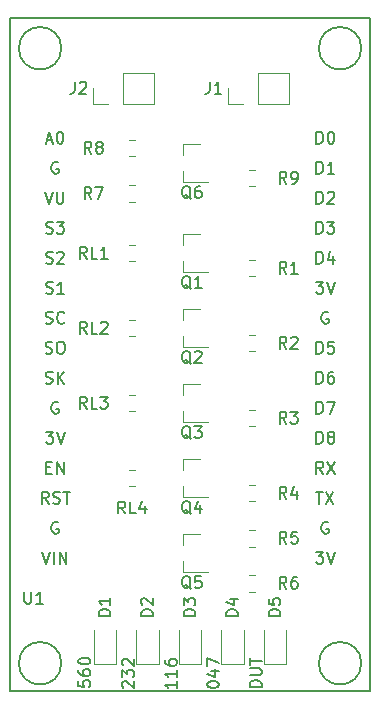
<source format=gbr>
G04 #@! TF.GenerationSoftware,KiCad,Pcbnew,(5.0.2)-1*
G04 #@! TF.CreationDate,2019-06-20T09:18:01+05:30*
G04 #@! TF.ProjectId,CapacityOfBattery,43617061-6369-4747-994f-664261747465,rev?*
G04 #@! TF.SameCoordinates,Original*
G04 #@! TF.FileFunction,Legend,Top*
G04 #@! TF.FilePolarity,Positive*
%FSLAX46Y46*%
G04 Gerber Fmt 4.6, Leading zero omitted, Abs format (unit mm)*
G04 Created by KiCad (PCBNEW (5.0.2)-1) date 06/20/19 09:18:01*
%MOMM*%
%LPD*%
G01*
G04 APERTURE LIST*
%ADD10C,0.150000*%
%ADD11C,0.120000*%
G04 APERTURE END LIST*
D10*
X34552380Y-69746666D02*
X33552380Y-69746666D01*
X33552380Y-69508571D01*
X33600000Y-69365714D01*
X33695238Y-69270476D01*
X33790476Y-69222857D01*
X33980952Y-69175238D01*
X34123809Y-69175238D01*
X34314285Y-69222857D01*
X34409523Y-69270476D01*
X34504761Y-69365714D01*
X34552380Y-69508571D01*
X34552380Y-69746666D01*
X33552380Y-68746666D02*
X34361904Y-68746666D01*
X34457142Y-68699047D01*
X34504761Y-68651428D01*
X34552380Y-68556190D01*
X34552380Y-68365714D01*
X34504761Y-68270476D01*
X34457142Y-68222857D01*
X34361904Y-68175238D01*
X33552380Y-68175238D01*
X33552380Y-67841904D02*
X33552380Y-67270476D01*
X34552380Y-67556190D02*
X33552380Y-67556190D01*
X29952380Y-69580000D02*
X29952380Y-69484761D01*
X30000000Y-69389523D01*
X30047619Y-69341904D01*
X30142857Y-69294285D01*
X30333333Y-69246666D01*
X30571428Y-69246666D01*
X30761904Y-69294285D01*
X30857142Y-69341904D01*
X30904761Y-69389523D01*
X30952380Y-69484761D01*
X30952380Y-69580000D01*
X30904761Y-69675238D01*
X30857142Y-69722857D01*
X30761904Y-69770476D01*
X30571428Y-69818095D01*
X30333333Y-69818095D01*
X30142857Y-69770476D01*
X30047619Y-69722857D01*
X30000000Y-69675238D01*
X29952380Y-69580000D01*
X30285714Y-68389523D02*
X30952380Y-68389523D01*
X29904761Y-68627619D02*
X30619047Y-68865714D01*
X30619047Y-68246666D01*
X29952380Y-67960952D02*
X29952380Y-67294285D01*
X30952380Y-67722857D01*
X27352380Y-69266666D02*
X27352380Y-69838095D01*
X27352380Y-69552380D02*
X26352380Y-69552380D01*
X26495238Y-69647619D01*
X26590476Y-69742857D01*
X26638095Y-69838095D01*
X27352380Y-68314285D02*
X27352380Y-68885714D01*
X27352380Y-68600000D02*
X26352380Y-68600000D01*
X26495238Y-68695238D01*
X26590476Y-68790476D01*
X26638095Y-68885714D01*
X26352380Y-67457142D02*
X26352380Y-67647619D01*
X26400000Y-67742857D01*
X26447619Y-67790476D01*
X26590476Y-67885714D01*
X26780952Y-67933333D01*
X27161904Y-67933333D01*
X27257142Y-67885714D01*
X27304761Y-67838095D01*
X27352380Y-67742857D01*
X27352380Y-67552380D01*
X27304761Y-67457142D01*
X27257142Y-67409523D01*
X27161904Y-67361904D01*
X26923809Y-67361904D01*
X26828571Y-67409523D01*
X26780952Y-67457142D01*
X26733333Y-67552380D01*
X26733333Y-67742857D01*
X26780952Y-67838095D01*
X26828571Y-67885714D01*
X26923809Y-67933333D01*
X22847619Y-69818095D02*
X22800000Y-69770476D01*
X22752380Y-69675238D01*
X22752380Y-69437142D01*
X22800000Y-69341904D01*
X22847619Y-69294285D01*
X22942857Y-69246666D01*
X23038095Y-69246666D01*
X23180952Y-69294285D01*
X23752380Y-69865714D01*
X23752380Y-69246666D01*
X22752380Y-68913333D02*
X22752380Y-68294285D01*
X23133333Y-68627619D01*
X23133333Y-68484761D01*
X23180952Y-68389523D01*
X23228571Y-68341904D01*
X23323809Y-68294285D01*
X23561904Y-68294285D01*
X23657142Y-68341904D01*
X23704761Y-68389523D01*
X23752380Y-68484761D01*
X23752380Y-68770476D01*
X23704761Y-68865714D01*
X23657142Y-68913333D01*
X22847619Y-67913333D02*
X22800000Y-67865714D01*
X22752380Y-67770476D01*
X22752380Y-67532380D01*
X22800000Y-67437142D01*
X22847619Y-67389523D01*
X22942857Y-67341904D01*
X23038095Y-67341904D01*
X23180952Y-67389523D01*
X23752380Y-67960952D01*
X23752380Y-67341904D01*
X19052380Y-69214285D02*
X19052380Y-69690476D01*
X19528571Y-69738095D01*
X19480952Y-69690476D01*
X19433333Y-69595238D01*
X19433333Y-69357142D01*
X19480952Y-69261904D01*
X19528571Y-69214285D01*
X19623809Y-69166666D01*
X19861904Y-69166666D01*
X19957142Y-69214285D01*
X20004761Y-69261904D01*
X20052380Y-69357142D01*
X20052380Y-69595238D01*
X20004761Y-69690476D01*
X19957142Y-69738095D01*
X19052380Y-68309523D02*
X19052380Y-68500000D01*
X19100000Y-68595238D01*
X19147619Y-68642857D01*
X19290476Y-68738095D01*
X19480952Y-68785714D01*
X19861904Y-68785714D01*
X19957142Y-68738095D01*
X20004761Y-68690476D01*
X20052380Y-68595238D01*
X20052380Y-68404761D01*
X20004761Y-68309523D01*
X19957142Y-68261904D01*
X19861904Y-68214285D01*
X19623809Y-68214285D01*
X19528571Y-68261904D01*
X19480952Y-68309523D01*
X19433333Y-68404761D01*
X19433333Y-68595238D01*
X19480952Y-68690476D01*
X19528571Y-68738095D01*
X19623809Y-68785714D01*
X19052380Y-67595238D02*
X19052380Y-67500000D01*
X19100000Y-67404761D01*
X19147619Y-67357142D01*
X19242857Y-67309523D01*
X19433333Y-67261904D01*
X19671428Y-67261904D01*
X19861904Y-67309523D01*
X19957142Y-67357142D01*
X20004761Y-67404761D01*
X20052380Y-67500000D01*
X20052380Y-67595238D01*
X20004761Y-67690476D01*
X19957142Y-67738095D01*
X19861904Y-67785714D01*
X19671428Y-67833333D01*
X19433333Y-67833333D01*
X19242857Y-67785714D01*
X19147619Y-67738095D01*
X19100000Y-67690476D01*
X19052380Y-67595238D01*
D11*
G04 #@! TO.C,Q3*
X27900000Y-44120000D02*
X27900000Y-45050000D01*
X27900000Y-47280000D02*
X27900000Y-46350000D01*
X27900000Y-47280000D02*
X30060000Y-47280000D01*
X27900000Y-44120000D02*
X29360000Y-44120000D01*
G04 #@! TO.C,R9*
X34001252Y-27360000D02*
X33478748Y-27360000D01*
X34001252Y-25940000D02*
X33478748Y-25940000D01*
G04 #@! TO.C,Q6*
X27900000Y-23800000D02*
X27900000Y-24730000D01*
X27900000Y-26960000D02*
X27900000Y-26030000D01*
X27900000Y-26960000D02*
X30060000Y-26960000D01*
X27900000Y-23800000D02*
X29360000Y-23800000D01*
G04 #@! TO.C,D2*
X23940000Y-64900000D02*
X23940000Y-67760000D01*
X23940000Y-67760000D02*
X25860000Y-67760000D01*
X25860000Y-67760000D02*
X25860000Y-64900000D01*
G04 #@! TO.C,D3*
X29460000Y-67760000D02*
X29460000Y-64900000D01*
X27540000Y-67760000D02*
X29460000Y-67760000D01*
X27540000Y-64900000D02*
X27540000Y-67760000D01*
G04 #@! TO.C,D4*
X31140000Y-64900000D02*
X31140000Y-67760000D01*
X31140000Y-67760000D02*
X33060000Y-67760000D01*
X33060000Y-67760000D02*
X33060000Y-64900000D01*
G04 #@! TO.C,D5*
X36660000Y-67760000D02*
X36660000Y-64900000D01*
X34740000Y-67760000D02*
X36660000Y-67760000D01*
X34740000Y-64900000D02*
X34740000Y-67760000D01*
G04 #@! TO.C,D1*
X20340833Y-64909934D02*
X20340833Y-67769934D01*
X20340833Y-67769934D02*
X22260833Y-67769934D01*
X22260833Y-67769934D02*
X22260833Y-64909934D01*
G04 #@! TO.C,R6*
X34001252Y-61670000D02*
X33478748Y-61670000D01*
X34001252Y-60250000D02*
X33478748Y-60250000D01*
G04 #@! TO.C,R7*
X23841252Y-27230000D02*
X23318748Y-27230000D01*
X23841252Y-28650000D02*
X23318748Y-28650000D01*
G04 #@! TO.C,R8*
X23318748Y-23400000D02*
X23841252Y-23400000D01*
X23318748Y-24820000D02*
X23841252Y-24820000D01*
D10*
G04 #@! TO.C,U1*
X43750000Y-70100000D02*
X43750000Y-13100000D01*
X13250000Y-70100000D02*
X43750000Y-70100000D01*
X13250000Y-13100000D02*
X13250000Y-70100000D01*
X13750000Y-13100000D02*
X13250000Y-13100000D01*
X43750000Y-13100000D02*
X13750000Y-13100000D01*
X42996051Y-15660000D02*
G75*
G03X42996051Y-15660000I-1796051J0D01*
G01*
X17596051Y-15660000D02*
G75*
G03X17596051Y-15660000I-1796051J0D01*
G01*
X17596051Y-67730000D02*
G75*
G03X17596051Y-67730000I-1796051J0D01*
G01*
X42996051Y-67730000D02*
G75*
G03X42996051Y-67730000I-1796051J0D01*
G01*
D11*
G04 #@! TO.C,J2*
X20260000Y-20380000D02*
X20260000Y-19050000D01*
X21590000Y-20380000D02*
X20260000Y-20380000D01*
X22860000Y-20380000D02*
X22860000Y-17720000D01*
X22860000Y-17720000D02*
X25460000Y-17720000D01*
X22860000Y-20380000D02*
X25460000Y-20380000D01*
X25460000Y-20380000D02*
X25460000Y-17720000D01*
G04 #@! TO.C,J1*
X36890000Y-20380000D02*
X36890000Y-17720000D01*
X34290000Y-20380000D02*
X36890000Y-20380000D01*
X34290000Y-17720000D02*
X36890000Y-17720000D01*
X34290000Y-20380000D02*
X34290000Y-17720000D01*
X33020000Y-20380000D02*
X31690000Y-20380000D01*
X31690000Y-20380000D02*
X31690000Y-19050000D01*
G04 #@! TO.C,Q1*
X27900000Y-31420000D02*
X27900000Y-32350000D01*
X27900000Y-34580000D02*
X27900000Y-33650000D01*
X27900000Y-34580000D02*
X30060000Y-34580000D01*
X27900000Y-31420000D02*
X29360000Y-31420000D01*
G04 #@! TO.C,Q2*
X27900000Y-37770000D02*
X29360000Y-37770000D01*
X27900000Y-40930000D02*
X30060000Y-40930000D01*
X27900000Y-40930000D02*
X27900000Y-40000000D01*
X27900000Y-37770000D02*
X27900000Y-38700000D01*
G04 #@! TO.C,Q4*
X27900000Y-50470000D02*
X29360000Y-50470000D01*
X27900000Y-53630000D02*
X30060000Y-53630000D01*
X27900000Y-53630000D02*
X27900000Y-52700000D01*
X27900000Y-50470000D02*
X27900000Y-51400000D01*
G04 #@! TO.C,Q5*
X27900000Y-56820000D02*
X27900000Y-57750000D01*
X27900000Y-59980000D02*
X27900000Y-59050000D01*
X27900000Y-59980000D02*
X30060000Y-59980000D01*
X27900000Y-56820000D02*
X29360000Y-56820000D01*
G04 #@! TO.C,R1*
X34001252Y-34980000D02*
X33478748Y-34980000D01*
X34001252Y-33560000D02*
X33478748Y-33560000D01*
G04 #@! TO.C,R3*
X34001252Y-46260000D02*
X33478748Y-46260000D01*
X34001252Y-47680000D02*
X33478748Y-47680000D01*
G04 #@! TO.C,R4*
X34001252Y-54030000D02*
X33478748Y-54030000D01*
X34001252Y-52610000D02*
X33478748Y-52610000D01*
G04 #@! TO.C,R5*
X34001252Y-56440000D02*
X33478748Y-56440000D01*
X34001252Y-57860000D02*
X33478748Y-57860000D01*
G04 #@! TO.C,RL1*
X23318748Y-32290000D02*
X23841252Y-32290000D01*
X23318748Y-33710000D02*
X23841252Y-33710000D01*
G04 #@! TO.C,RL2*
X23318748Y-40060000D02*
X23841252Y-40060000D01*
X23318748Y-38640000D02*
X23841252Y-38640000D01*
G04 #@! TO.C,RL3*
X23318748Y-44990000D02*
X23841252Y-44990000D01*
X23318748Y-46410000D02*
X23841252Y-46410000D01*
G04 #@! TO.C,RL4*
X23318748Y-52760000D02*
X23841252Y-52760000D01*
X23318748Y-51340000D02*
X23841252Y-51340000D01*
G04 #@! TO.C,R2*
X34001252Y-41330000D02*
X33478748Y-41330000D01*
X34001252Y-39910000D02*
X33478748Y-39910000D01*
G04 #@! TO.C,*
D10*
G04 #@! TO.C,Q3*
X28564761Y-48747619D02*
X28469523Y-48700000D01*
X28374285Y-48604761D01*
X28231428Y-48461904D01*
X28136190Y-48414285D01*
X28040952Y-48414285D01*
X28088571Y-48652380D02*
X27993333Y-48604761D01*
X27898095Y-48509523D01*
X27850476Y-48319047D01*
X27850476Y-47985714D01*
X27898095Y-47795238D01*
X27993333Y-47700000D01*
X28088571Y-47652380D01*
X28279047Y-47652380D01*
X28374285Y-47700000D01*
X28469523Y-47795238D01*
X28517142Y-47985714D01*
X28517142Y-48319047D01*
X28469523Y-48509523D01*
X28374285Y-48604761D01*
X28279047Y-48652380D01*
X28088571Y-48652380D01*
X28850476Y-47652380D02*
X29469523Y-47652380D01*
X29136190Y-48033333D01*
X29279047Y-48033333D01*
X29374285Y-48080952D01*
X29421904Y-48128571D01*
X29469523Y-48223809D01*
X29469523Y-48461904D01*
X29421904Y-48557142D01*
X29374285Y-48604761D01*
X29279047Y-48652380D01*
X28993333Y-48652380D01*
X28898095Y-48604761D01*
X28850476Y-48557142D01*
G04 #@! TO.C,R9*
X36663333Y-27122380D02*
X36330000Y-26646190D01*
X36091904Y-27122380D02*
X36091904Y-26122380D01*
X36472857Y-26122380D01*
X36568095Y-26170000D01*
X36615714Y-26217619D01*
X36663333Y-26312857D01*
X36663333Y-26455714D01*
X36615714Y-26550952D01*
X36568095Y-26598571D01*
X36472857Y-26646190D01*
X36091904Y-26646190D01*
X37139523Y-27122380D02*
X37330000Y-27122380D01*
X37425238Y-27074761D01*
X37472857Y-27027142D01*
X37568095Y-26884285D01*
X37615714Y-26693809D01*
X37615714Y-26312857D01*
X37568095Y-26217619D01*
X37520476Y-26170000D01*
X37425238Y-26122380D01*
X37234761Y-26122380D01*
X37139523Y-26170000D01*
X37091904Y-26217619D01*
X37044285Y-26312857D01*
X37044285Y-26550952D01*
X37091904Y-26646190D01*
X37139523Y-26693809D01*
X37234761Y-26741428D01*
X37425238Y-26741428D01*
X37520476Y-26693809D01*
X37568095Y-26646190D01*
X37615714Y-26550952D01*
G04 #@! TO.C,Q6*
X28564761Y-28427619D02*
X28469523Y-28380000D01*
X28374285Y-28284761D01*
X28231428Y-28141904D01*
X28136190Y-28094285D01*
X28040952Y-28094285D01*
X28088571Y-28332380D02*
X27993333Y-28284761D01*
X27898095Y-28189523D01*
X27850476Y-27999047D01*
X27850476Y-27665714D01*
X27898095Y-27475238D01*
X27993333Y-27380000D01*
X28088571Y-27332380D01*
X28279047Y-27332380D01*
X28374285Y-27380000D01*
X28469523Y-27475238D01*
X28517142Y-27665714D01*
X28517142Y-27999047D01*
X28469523Y-28189523D01*
X28374285Y-28284761D01*
X28279047Y-28332380D01*
X28088571Y-28332380D01*
X29374285Y-27332380D02*
X29183809Y-27332380D01*
X29088571Y-27380000D01*
X29040952Y-27427619D01*
X28945714Y-27570476D01*
X28898095Y-27760952D01*
X28898095Y-28141904D01*
X28945714Y-28237142D01*
X28993333Y-28284761D01*
X29088571Y-28332380D01*
X29279047Y-28332380D01*
X29374285Y-28284761D01*
X29421904Y-28237142D01*
X29469523Y-28141904D01*
X29469523Y-27903809D01*
X29421904Y-27808571D01*
X29374285Y-27760952D01*
X29279047Y-27713333D01*
X29088571Y-27713333D01*
X28993333Y-27760952D01*
X28945714Y-27808571D01*
X28898095Y-27903809D01*
G04 #@! TO.C,D2*
X25352380Y-63738095D02*
X24352380Y-63738095D01*
X24352380Y-63500000D01*
X24400000Y-63357142D01*
X24495238Y-63261904D01*
X24590476Y-63214285D01*
X24780952Y-63166666D01*
X24923809Y-63166666D01*
X25114285Y-63214285D01*
X25209523Y-63261904D01*
X25304761Y-63357142D01*
X25352380Y-63500000D01*
X25352380Y-63738095D01*
X24447619Y-62785714D02*
X24400000Y-62738095D01*
X24352380Y-62642857D01*
X24352380Y-62404761D01*
X24400000Y-62309523D01*
X24447619Y-62261904D01*
X24542857Y-62214285D01*
X24638095Y-62214285D01*
X24780952Y-62261904D01*
X25352380Y-62833333D01*
X25352380Y-62214285D01*
G04 #@! TO.C,D3*
X28952380Y-63738095D02*
X27952380Y-63738095D01*
X27952380Y-63500000D01*
X28000000Y-63357142D01*
X28095238Y-63261904D01*
X28190476Y-63214285D01*
X28380952Y-63166666D01*
X28523809Y-63166666D01*
X28714285Y-63214285D01*
X28809523Y-63261904D01*
X28904761Y-63357142D01*
X28952380Y-63500000D01*
X28952380Y-63738095D01*
X27952380Y-62833333D02*
X27952380Y-62214285D01*
X28333333Y-62547619D01*
X28333333Y-62404761D01*
X28380952Y-62309523D01*
X28428571Y-62261904D01*
X28523809Y-62214285D01*
X28761904Y-62214285D01*
X28857142Y-62261904D01*
X28904761Y-62309523D01*
X28952380Y-62404761D01*
X28952380Y-62690476D01*
X28904761Y-62785714D01*
X28857142Y-62833333D01*
G04 #@! TO.C,D4*
X32552380Y-63738095D02*
X31552380Y-63738095D01*
X31552380Y-63500000D01*
X31600000Y-63357142D01*
X31695238Y-63261904D01*
X31790476Y-63214285D01*
X31980952Y-63166666D01*
X32123809Y-63166666D01*
X32314285Y-63214285D01*
X32409523Y-63261904D01*
X32504761Y-63357142D01*
X32552380Y-63500000D01*
X32552380Y-63738095D01*
X31885714Y-62309523D02*
X32552380Y-62309523D01*
X31504761Y-62547619D02*
X32219047Y-62785714D01*
X32219047Y-62166666D01*
G04 #@! TO.C,D5*
X36152380Y-63738095D02*
X35152380Y-63738095D01*
X35152380Y-63500000D01*
X35200000Y-63357142D01*
X35295238Y-63261904D01*
X35390476Y-63214285D01*
X35580952Y-63166666D01*
X35723809Y-63166666D01*
X35914285Y-63214285D01*
X36009523Y-63261904D01*
X36104761Y-63357142D01*
X36152380Y-63500000D01*
X36152380Y-63738095D01*
X35152380Y-62261904D02*
X35152380Y-62738095D01*
X35628571Y-62785714D01*
X35580952Y-62738095D01*
X35533333Y-62642857D01*
X35533333Y-62404761D01*
X35580952Y-62309523D01*
X35628571Y-62261904D01*
X35723809Y-62214285D01*
X35961904Y-62214285D01*
X36057142Y-62261904D01*
X36104761Y-62309523D01*
X36152380Y-62404761D01*
X36152380Y-62642857D01*
X36104761Y-62738095D01*
X36057142Y-62785714D01*
G04 #@! TO.C,D1*
X21752380Y-63738095D02*
X20752380Y-63738095D01*
X20752380Y-63500000D01*
X20800000Y-63357142D01*
X20895238Y-63261904D01*
X20990476Y-63214285D01*
X21180952Y-63166666D01*
X21323809Y-63166666D01*
X21514285Y-63214285D01*
X21609523Y-63261904D01*
X21704761Y-63357142D01*
X21752380Y-63500000D01*
X21752380Y-63738095D01*
X21752380Y-62214285D02*
X21752380Y-62785714D01*
X21752380Y-62500000D02*
X20752380Y-62500000D01*
X20895238Y-62595238D01*
X20990476Y-62690476D01*
X21038095Y-62785714D01*
G04 #@! TO.C,R6*
X36663333Y-61412380D02*
X36330000Y-60936190D01*
X36091904Y-61412380D02*
X36091904Y-60412380D01*
X36472857Y-60412380D01*
X36568095Y-60460000D01*
X36615714Y-60507619D01*
X36663333Y-60602857D01*
X36663333Y-60745714D01*
X36615714Y-60840952D01*
X36568095Y-60888571D01*
X36472857Y-60936190D01*
X36091904Y-60936190D01*
X37520476Y-60412380D02*
X37330000Y-60412380D01*
X37234761Y-60460000D01*
X37187142Y-60507619D01*
X37091904Y-60650476D01*
X37044285Y-60840952D01*
X37044285Y-61221904D01*
X37091904Y-61317142D01*
X37139523Y-61364761D01*
X37234761Y-61412380D01*
X37425238Y-61412380D01*
X37520476Y-61364761D01*
X37568095Y-61317142D01*
X37615714Y-61221904D01*
X37615714Y-60983809D01*
X37568095Y-60888571D01*
X37520476Y-60840952D01*
X37425238Y-60793333D01*
X37234761Y-60793333D01*
X37139523Y-60840952D01*
X37091904Y-60888571D01*
X37044285Y-60983809D01*
G04 #@! TO.C,R7*
X20153333Y-28412380D02*
X19820000Y-27936190D01*
X19581904Y-28412380D02*
X19581904Y-27412380D01*
X19962857Y-27412380D01*
X20058095Y-27460000D01*
X20105714Y-27507619D01*
X20153333Y-27602857D01*
X20153333Y-27745714D01*
X20105714Y-27840952D01*
X20058095Y-27888571D01*
X19962857Y-27936190D01*
X19581904Y-27936190D01*
X20486666Y-27412380D02*
X21153333Y-27412380D01*
X20724761Y-28412380D01*
G04 #@! TO.C,R8*
X20153333Y-24582380D02*
X19820000Y-24106190D01*
X19581904Y-24582380D02*
X19581904Y-23582380D01*
X19962857Y-23582380D01*
X20058095Y-23630000D01*
X20105714Y-23677619D01*
X20153333Y-23772857D01*
X20153333Y-23915714D01*
X20105714Y-24010952D01*
X20058095Y-24058571D01*
X19962857Y-24106190D01*
X19581904Y-24106190D01*
X20724761Y-24010952D02*
X20629523Y-23963333D01*
X20581904Y-23915714D01*
X20534285Y-23820476D01*
X20534285Y-23772857D01*
X20581904Y-23677619D01*
X20629523Y-23630000D01*
X20724761Y-23582380D01*
X20915238Y-23582380D01*
X21010476Y-23630000D01*
X21058095Y-23677619D01*
X21105714Y-23772857D01*
X21105714Y-23820476D01*
X21058095Y-23915714D01*
X21010476Y-23963333D01*
X20915238Y-24010952D01*
X20724761Y-24010952D01*
X20629523Y-24058571D01*
X20581904Y-24106190D01*
X20534285Y-24201428D01*
X20534285Y-24391904D01*
X20581904Y-24487142D01*
X20629523Y-24534761D01*
X20724761Y-24582380D01*
X20915238Y-24582380D01*
X21010476Y-24534761D01*
X21058095Y-24487142D01*
X21105714Y-24391904D01*
X21105714Y-24201428D01*
X21058095Y-24106190D01*
X21010476Y-24058571D01*
X20915238Y-24010952D01*
G04 #@! TO.C,U1*
X14478095Y-61682380D02*
X14478095Y-62491904D01*
X14525714Y-62587142D01*
X14573333Y-62634761D01*
X14668571Y-62682380D01*
X14859047Y-62682380D01*
X14954285Y-62634761D01*
X15001904Y-62587142D01*
X15049523Y-62491904D01*
X15049523Y-61682380D01*
X16049523Y-62682380D02*
X15478095Y-62682380D01*
X15763809Y-62682380D02*
X15763809Y-61682380D01*
X15668571Y-61825238D01*
X15573333Y-61920476D01*
X15478095Y-61968095D01*
X39191904Y-23732380D02*
X39191904Y-22732380D01*
X39430000Y-22732380D01*
X39572857Y-22780000D01*
X39668095Y-22875238D01*
X39715714Y-22970476D01*
X39763333Y-23160952D01*
X39763333Y-23303809D01*
X39715714Y-23494285D01*
X39668095Y-23589523D01*
X39572857Y-23684761D01*
X39430000Y-23732380D01*
X39191904Y-23732380D01*
X40382380Y-22732380D02*
X40477619Y-22732380D01*
X40572857Y-22780000D01*
X40620476Y-22827619D01*
X40668095Y-22922857D01*
X40715714Y-23113333D01*
X40715714Y-23351428D01*
X40668095Y-23541904D01*
X40620476Y-23637142D01*
X40572857Y-23684761D01*
X40477619Y-23732380D01*
X40382380Y-23732380D01*
X40287142Y-23684761D01*
X40239523Y-23637142D01*
X40191904Y-23541904D01*
X40144285Y-23351428D01*
X40144285Y-23113333D01*
X40191904Y-22922857D01*
X40239523Y-22827619D01*
X40287142Y-22780000D01*
X40382380Y-22732380D01*
X39191904Y-26272380D02*
X39191904Y-25272380D01*
X39430000Y-25272380D01*
X39572857Y-25320000D01*
X39668095Y-25415238D01*
X39715714Y-25510476D01*
X39763333Y-25700952D01*
X39763333Y-25843809D01*
X39715714Y-26034285D01*
X39668095Y-26129523D01*
X39572857Y-26224761D01*
X39430000Y-26272380D01*
X39191904Y-26272380D01*
X40715714Y-26272380D02*
X40144285Y-26272380D01*
X40430000Y-26272380D02*
X40430000Y-25272380D01*
X40334761Y-25415238D01*
X40239523Y-25510476D01*
X40144285Y-25558095D01*
X39191904Y-28812380D02*
X39191904Y-27812380D01*
X39430000Y-27812380D01*
X39572857Y-27860000D01*
X39668095Y-27955238D01*
X39715714Y-28050476D01*
X39763333Y-28240952D01*
X39763333Y-28383809D01*
X39715714Y-28574285D01*
X39668095Y-28669523D01*
X39572857Y-28764761D01*
X39430000Y-28812380D01*
X39191904Y-28812380D01*
X40144285Y-27907619D02*
X40191904Y-27860000D01*
X40287142Y-27812380D01*
X40525238Y-27812380D01*
X40620476Y-27860000D01*
X40668095Y-27907619D01*
X40715714Y-28002857D01*
X40715714Y-28098095D01*
X40668095Y-28240952D01*
X40096666Y-28812380D01*
X40715714Y-28812380D01*
X39191904Y-31352380D02*
X39191904Y-30352380D01*
X39430000Y-30352380D01*
X39572857Y-30400000D01*
X39668095Y-30495238D01*
X39715714Y-30590476D01*
X39763333Y-30780952D01*
X39763333Y-30923809D01*
X39715714Y-31114285D01*
X39668095Y-31209523D01*
X39572857Y-31304761D01*
X39430000Y-31352380D01*
X39191904Y-31352380D01*
X40096666Y-30352380D02*
X40715714Y-30352380D01*
X40382380Y-30733333D01*
X40525238Y-30733333D01*
X40620476Y-30780952D01*
X40668095Y-30828571D01*
X40715714Y-30923809D01*
X40715714Y-31161904D01*
X40668095Y-31257142D01*
X40620476Y-31304761D01*
X40525238Y-31352380D01*
X40239523Y-31352380D01*
X40144285Y-31304761D01*
X40096666Y-31257142D01*
X39191904Y-33892380D02*
X39191904Y-32892380D01*
X39430000Y-32892380D01*
X39572857Y-32940000D01*
X39668095Y-33035238D01*
X39715714Y-33130476D01*
X39763333Y-33320952D01*
X39763333Y-33463809D01*
X39715714Y-33654285D01*
X39668095Y-33749523D01*
X39572857Y-33844761D01*
X39430000Y-33892380D01*
X39191904Y-33892380D01*
X40620476Y-33225714D02*
X40620476Y-33892380D01*
X40382380Y-32844761D02*
X40144285Y-33559047D01*
X40763333Y-33559047D01*
X39168095Y-35432380D02*
X39787142Y-35432380D01*
X39453809Y-35813333D01*
X39596666Y-35813333D01*
X39691904Y-35860952D01*
X39739523Y-35908571D01*
X39787142Y-36003809D01*
X39787142Y-36241904D01*
X39739523Y-36337142D01*
X39691904Y-36384761D01*
X39596666Y-36432380D01*
X39310952Y-36432380D01*
X39215714Y-36384761D01*
X39168095Y-36337142D01*
X40072857Y-35432380D02*
X40406190Y-36432380D01*
X40739523Y-35432380D01*
X40191904Y-38020000D02*
X40096666Y-37972380D01*
X39953809Y-37972380D01*
X39810952Y-38020000D01*
X39715714Y-38115238D01*
X39668095Y-38210476D01*
X39620476Y-38400952D01*
X39620476Y-38543809D01*
X39668095Y-38734285D01*
X39715714Y-38829523D01*
X39810952Y-38924761D01*
X39953809Y-38972380D01*
X40049047Y-38972380D01*
X40191904Y-38924761D01*
X40239523Y-38877142D01*
X40239523Y-38543809D01*
X40049047Y-38543809D01*
X39191904Y-41512380D02*
X39191904Y-40512380D01*
X39430000Y-40512380D01*
X39572857Y-40560000D01*
X39668095Y-40655238D01*
X39715714Y-40750476D01*
X39763333Y-40940952D01*
X39763333Y-41083809D01*
X39715714Y-41274285D01*
X39668095Y-41369523D01*
X39572857Y-41464761D01*
X39430000Y-41512380D01*
X39191904Y-41512380D01*
X40668095Y-40512380D02*
X40191904Y-40512380D01*
X40144285Y-40988571D01*
X40191904Y-40940952D01*
X40287142Y-40893333D01*
X40525238Y-40893333D01*
X40620476Y-40940952D01*
X40668095Y-40988571D01*
X40715714Y-41083809D01*
X40715714Y-41321904D01*
X40668095Y-41417142D01*
X40620476Y-41464761D01*
X40525238Y-41512380D01*
X40287142Y-41512380D01*
X40191904Y-41464761D01*
X40144285Y-41417142D01*
X39191904Y-44052380D02*
X39191904Y-43052380D01*
X39430000Y-43052380D01*
X39572857Y-43100000D01*
X39668095Y-43195238D01*
X39715714Y-43290476D01*
X39763333Y-43480952D01*
X39763333Y-43623809D01*
X39715714Y-43814285D01*
X39668095Y-43909523D01*
X39572857Y-44004761D01*
X39430000Y-44052380D01*
X39191904Y-44052380D01*
X40620476Y-43052380D02*
X40430000Y-43052380D01*
X40334761Y-43100000D01*
X40287142Y-43147619D01*
X40191904Y-43290476D01*
X40144285Y-43480952D01*
X40144285Y-43861904D01*
X40191904Y-43957142D01*
X40239523Y-44004761D01*
X40334761Y-44052380D01*
X40525238Y-44052380D01*
X40620476Y-44004761D01*
X40668095Y-43957142D01*
X40715714Y-43861904D01*
X40715714Y-43623809D01*
X40668095Y-43528571D01*
X40620476Y-43480952D01*
X40525238Y-43433333D01*
X40334761Y-43433333D01*
X40239523Y-43480952D01*
X40191904Y-43528571D01*
X40144285Y-43623809D01*
X39191904Y-46592380D02*
X39191904Y-45592380D01*
X39430000Y-45592380D01*
X39572857Y-45640000D01*
X39668095Y-45735238D01*
X39715714Y-45830476D01*
X39763333Y-46020952D01*
X39763333Y-46163809D01*
X39715714Y-46354285D01*
X39668095Y-46449523D01*
X39572857Y-46544761D01*
X39430000Y-46592380D01*
X39191904Y-46592380D01*
X40096666Y-45592380D02*
X40763333Y-45592380D01*
X40334761Y-46592380D01*
X39191904Y-49132380D02*
X39191904Y-48132380D01*
X39430000Y-48132380D01*
X39572857Y-48180000D01*
X39668095Y-48275238D01*
X39715714Y-48370476D01*
X39763333Y-48560952D01*
X39763333Y-48703809D01*
X39715714Y-48894285D01*
X39668095Y-48989523D01*
X39572857Y-49084761D01*
X39430000Y-49132380D01*
X39191904Y-49132380D01*
X40334761Y-48560952D02*
X40239523Y-48513333D01*
X40191904Y-48465714D01*
X40144285Y-48370476D01*
X40144285Y-48322857D01*
X40191904Y-48227619D01*
X40239523Y-48180000D01*
X40334761Y-48132380D01*
X40525238Y-48132380D01*
X40620476Y-48180000D01*
X40668095Y-48227619D01*
X40715714Y-48322857D01*
X40715714Y-48370476D01*
X40668095Y-48465714D01*
X40620476Y-48513333D01*
X40525238Y-48560952D01*
X40334761Y-48560952D01*
X40239523Y-48608571D01*
X40191904Y-48656190D01*
X40144285Y-48751428D01*
X40144285Y-48941904D01*
X40191904Y-49037142D01*
X40239523Y-49084761D01*
X40334761Y-49132380D01*
X40525238Y-49132380D01*
X40620476Y-49084761D01*
X40668095Y-49037142D01*
X40715714Y-48941904D01*
X40715714Y-48751428D01*
X40668095Y-48656190D01*
X40620476Y-48608571D01*
X40525238Y-48560952D01*
X39763333Y-51672380D02*
X39430000Y-51196190D01*
X39191904Y-51672380D02*
X39191904Y-50672380D01*
X39572857Y-50672380D01*
X39668095Y-50720000D01*
X39715714Y-50767619D01*
X39763333Y-50862857D01*
X39763333Y-51005714D01*
X39715714Y-51100952D01*
X39668095Y-51148571D01*
X39572857Y-51196190D01*
X39191904Y-51196190D01*
X40096666Y-50672380D02*
X40763333Y-51672380D01*
X40763333Y-50672380D02*
X40096666Y-51672380D01*
X39168095Y-53212380D02*
X39739523Y-53212380D01*
X39453809Y-54212380D02*
X39453809Y-53212380D01*
X39977619Y-53212380D02*
X40644285Y-54212380D01*
X40644285Y-53212380D02*
X39977619Y-54212380D01*
X40191904Y-55800000D02*
X40096666Y-55752380D01*
X39953809Y-55752380D01*
X39810952Y-55800000D01*
X39715714Y-55895238D01*
X39668095Y-55990476D01*
X39620476Y-56180952D01*
X39620476Y-56323809D01*
X39668095Y-56514285D01*
X39715714Y-56609523D01*
X39810952Y-56704761D01*
X39953809Y-56752380D01*
X40049047Y-56752380D01*
X40191904Y-56704761D01*
X40239523Y-56657142D01*
X40239523Y-56323809D01*
X40049047Y-56323809D01*
X39168095Y-58292380D02*
X39787142Y-58292380D01*
X39453809Y-58673333D01*
X39596666Y-58673333D01*
X39691904Y-58720952D01*
X39739523Y-58768571D01*
X39787142Y-58863809D01*
X39787142Y-59101904D01*
X39739523Y-59197142D01*
X39691904Y-59244761D01*
X39596666Y-59292380D01*
X39310952Y-59292380D01*
X39215714Y-59244761D01*
X39168095Y-59197142D01*
X40072857Y-58292380D02*
X40406190Y-59292380D01*
X40739523Y-58292380D01*
X16355714Y-23446666D02*
X16831904Y-23446666D01*
X16260476Y-23732380D02*
X16593809Y-22732380D01*
X16927142Y-23732380D01*
X17450952Y-22732380D02*
X17546190Y-22732380D01*
X17641428Y-22780000D01*
X17689047Y-22827619D01*
X17736666Y-22922857D01*
X17784285Y-23113333D01*
X17784285Y-23351428D01*
X17736666Y-23541904D01*
X17689047Y-23637142D01*
X17641428Y-23684761D01*
X17546190Y-23732380D01*
X17450952Y-23732380D01*
X17355714Y-23684761D01*
X17308095Y-23637142D01*
X17260476Y-23541904D01*
X17212857Y-23351428D01*
X17212857Y-23113333D01*
X17260476Y-22922857D01*
X17308095Y-22827619D01*
X17355714Y-22780000D01*
X17450952Y-22732380D01*
X17331904Y-25320000D02*
X17236666Y-25272380D01*
X17093809Y-25272380D01*
X16950952Y-25320000D01*
X16855714Y-25415238D01*
X16808095Y-25510476D01*
X16760476Y-25700952D01*
X16760476Y-25843809D01*
X16808095Y-26034285D01*
X16855714Y-26129523D01*
X16950952Y-26224761D01*
X17093809Y-26272380D01*
X17189047Y-26272380D01*
X17331904Y-26224761D01*
X17379523Y-26177142D01*
X17379523Y-25843809D01*
X17189047Y-25843809D01*
X16212857Y-27812380D02*
X16546190Y-28812380D01*
X16879523Y-27812380D01*
X17212857Y-27812380D02*
X17212857Y-28621904D01*
X17260476Y-28717142D01*
X17308095Y-28764761D01*
X17403333Y-28812380D01*
X17593809Y-28812380D01*
X17689047Y-28764761D01*
X17736666Y-28717142D01*
X17784285Y-28621904D01*
X17784285Y-27812380D01*
X16308095Y-31304761D02*
X16450952Y-31352380D01*
X16689047Y-31352380D01*
X16784285Y-31304761D01*
X16831904Y-31257142D01*
X16879523Y-31161904D01*
X16879523Y-31066666D01*
X16831904Y-30971428D01*
X16784285Y-30923809D01*
X16689047Y-30876190D01*
X16498571Y-30828571D01*
X16403333Y-30780952D01*
X16355714Y-30733333D01*
X16308095Y-30638095D01*
X16308095Y-30542857D01*
X16355714Y-30447619D01*
X16403333Y-30400000D01*
X16498571Y-30352380D01*
X16736666Y-30352380D01*
X16879523Y-30400000D01*
X17212857Y-30352380D02*
X17831904Y-30352380D01*
X17498571Y-30733333D01*
X17641428Y-30733333D01*
X17736666Y-30780952D01*
X17784285Y-30828571D01*
X17831904Y-30923809D01*
X17831904Y-31161904D01*
X17784285Y-31257142D01*
X17736666Y-31304761D01*
X17641428Y-31352380D01*
X17355714Y-31352380D01*
X17260476Y-31304761D01*
X17212857Y-31257142D01*
X16308095Y-33844761D02*
X16450952Y-33892380D01*
X16689047Y-33892380D01*
X16784285Y-33844761D01*
X16831904Y-33797142D01*
X16879523Y-33701904D01*
X16879523Y-33606666D01*
X16831904Y-33511428D01*
X16784285Y-33463809D01*
X16689047Y-33416190D01*
X16498571Y-33368571D01*
X16403333Y-33320952D01*
X16355714Y-33273333D01*
X16308095Y-33178095D01*
X16308095Y-33082857D01*
X16355714Y-32987619D01*
X16403333Y-32940000D01*
X16498571Y-32892380D01*
X16736666Y-32892380D01*
X16879523Y-32940000D01*
X17260476Y-32987619D02*
X17308095Y-32940000D01*
X17403333Y-32892380D01*
X17641428Y-32892380D01*
X17736666Y-32940000D01*
X17784285Y-32987619D01*
X17831904Y-33082857D01*
X17831904Y-33178095D01*
X17784285Y-33320952D01*
X17212857Y-33892380D01*
X17831904Y-33892380D01*
X16308095Y-36384761D02*
X16450952Y-36432380D01*
X16689047Y-36432380D01*
X16784285Y-36384761D01*
X16831904Y-36337142D01*
X16879523Y-36241904D01*
X16879523Y-36146666D01*
X16831904Y-36051428D01*
X16784285Y-36003809D01*
X16689047Y-35956190D01*
X16498571Y-35908571D01*
X16403333Y-35860952D01*
X16355714Y-35813333D01*
X16308095Y-35718095D01*
X16308095Y-35622857D01*
X16355714Y-35527619D01*
X16403333Y-35480000D01*
X16498571Y-35432380D01*
X16736666Y-35432380D01*
X16879523Y-35480000D01*
X17831904Y-36432380D02*
X17260476Y-36432380D01*
X17546190Y-36432380D02*
X17546190Y-35432380D01*
X17450952Y-35575238D01*
X17355714Y-35670476D01*
X17260476Y-35718095D01*
X16284285Y-38924761D02*
X16427142Y-38972380D01*
X16665238Y-38972380D01*
X16760476Y-38924761D01*
X16808095Y-38877142D01*
X16855714Y-38781904D01*
X16855714Y-38686666D01*
X16808095Y-38591428D01*
X16760476Y-38543809D01*
X16665238Y-38496190D01*
X16474761Y-38448571D01*
X16379523Y-38400952D01*
X16331904Y-38353333D01*
X16284285Y-38258095D01*
X16284285Y-38162857D01*
X16331904Y-38067619D01*
X16379523Y-38020000D01*
X16474761Y-37972380D01*
X16712857Y-37972380D01*
X16855714Y-38020000D01*
X17855714Y-38877142D02*
X17808095Y-38924761D01*
X17665238Y-38972380D01*
X17570000Y-38972380D01*
X17427142Y-38924761D01*
X17331904Y-38829523D01*
X17284285Y-38734285D01*
X17236666Y-38543809D01*
X17236666Y-38400952D01*
X17284285Y-38210476D01*
X17331904Y-38115238D01*
X17427142Y-38020000D01*
X17570000Y-37972380D01*
X17665238Y-37972380D01*
X17808095Y-38020000D01*
X17855714Y-38067619D01*
X16260476Y-41464761D02*
X16403333Y-41512380D01*
X16641428Y-41512380D01*
X16736666Y-41464761D01*
X16784285Y-41417142D01*
X16831904Y-41321904D01*
X16831904Y-41226666D01*
X16784285Y-41131428D01*
X16736666Y-41083809D01*
X16641428Y-41036190D01*
X16450952Y-40988571D01*
X16355714Y-40940952D01*
X16308095Y-40893333D01*
X16260476Y-40798095D01*
X16260476Y-40702857D01*
X16308095Y-40607619D01*
X16355714Y-40560000D01*
X16450952Y-40512380D01*
X16689047Y-40512380D01*
X16831904Y-40560000D01*
X17450952Y-40512380D02*
X17641428Y-40512380D01*
X17736666Y-40560000D01*
X17831904Y-40655238D01*
X17879523Y-40845714D01*
X17879523Y-41179047D01*
X17831904Y-41369523D01*
X17736666Y-41464761D01*
X17641428Y-41512380D01*
X17450952Y-41512380D01*
X17355714Y-41464761D01*
X17260476Y-41369523D01*
X17212857Y-41179047D01*
X17212857Y-40845714D01*
X17260476Y-40655238D01*
X17355714Y-40560000D01*
X17450952Y-40512380D01*
X16284285Y-44004761D02*
X16427142Y-44052380D01*
X16665238Y-44052380D01*
X16760476Y-44004761D01*
X16808095Y-43957142D01*
X16855714Y-43861904D01*
X16855714Y-43766666D01*
X16808095Y-43671428D01*
X16760476Y-43623809D01*
X16665238Y-43576190D01*
X16474761Y-43528571D01*
X16379523Y-43480952D01*
X16331904Y-43433333D01*
X16284285Y-43338095D01*
X16284285Y-43242857D01*
X16331904Y-43147619D01*
X16379523Y-43100000D01*
X16474761Y-43052380D01*
X16712857Y-43052380D01*
X16855714Y-43100000D01*
X17284285Y-44052380D02*
X17284285Y-43052380D01*
X17855714Y-44052380D02*
X17427142Y-43480952D01*
X17855714Y-43052380D02*
X17284285Y-43623809D01*
X17331904Y-45640000D02*
X17236666Y-45592380D01*
X17093809Y-45592380D01*
X16950952Y-45640000D01*
X16855714Y-45735238D01*
X16808095Y-45830476D01*
X16760476Y-46020952D01*
X16760476Y-46163809D01*
X16808095Y-46354285D01*
X16855714Y-46449523D01*
X16950952Y-46544761D01*
X17093809Y-46592380D01*
X17189047Y-46592380D01*
X17331904Y-46544761D01*
X17379523Y-46497142D01*
X17379523Y-46163809D01*
X17189047Y-46163809D01*
X16308095Y-48132380D02*
X16927142Y-48132380D01*
X16593809Y-48513333D01*
X16736666Y-48513333D01*
X16831904Y-48560952D01*
X16879523Y-48608571D01*
X16927142Y-48703809D01*
X16927142Y-48941904D01*
X16879523Y-49037142D01*
X16831904Y-49084761D01*
X16736666Y-49132380D01*
X16450952Y-49132380D01*
X16355714Y-49084761D01*
X16308095Y-49037142D01*
X17212857Y-48132380D02*
X17546190Y-49132380D01*
X17879523Y-48132380D01*
X16331904Y-51148571D02*
X16665238Y-51148571D01*
X16808095Y-51672380D02*
X16331904Y-51672380D01*
X16331904Y-50672380D01*
X16808095Y-50672380D01*
X17236666Y-51672380D02*
X17236666Y-50672380D01*
X17808095Y-51672380D01*
X17808095Y-50672380D01*
X16522380Y-54212380D02*
X16189047Y-53736190D01*
X15950952Y-54212380D02*
X15950952Y-53212380D01*
X16331904Y-53212380D01*
X16427142Y-53260000D01*
X16474761Y-53307619D01*
X16522380Y-53402857D01*
X16522380Y-53545714D01*
X16474761Y-53640952D01*
X16427142Y-53688571D01*
X16331904Y-53736190D01*
X15950952Y-53736190D01*
X16903333Y-54164761D02*
X17046190Y-54212380D01*
X17284285Y-54212380D01*
X17379523Y-54164761D01*
X17427142Y-54117142D01*
X17474761Y-54021904D01*
X17474761Y-53926666D01*
X17427142Y-53831428D01*
X17379523Y-53783809D01*
X17284285Y-53736190D01*
X17093809Y-53688571D01*
X16998571Y-53640952D01*
X16950952Y-53593333D01*
X16903333Y-53498095D01*
X16903333Y-53402857D01*
X16950952Y-53307619D01*
X16998571Y-53260000D01*
X17093809Y-53212380D01*
X17331904Y-53212380D01*
X17474761Y-53260000D01*
X17760476Y-53212380D02*
X18331904Y-53212380D01*
X18046190Y-54212380D02*
X18046190Y-53212380D01*
X17331904Y-55800000D02*
X17236666Y-55752380D01*
X17093809Y-55752380D01*
X16950952Y-55800000D01*
X16855714Y-55895238D01*
X16808095Y-55990476D01*
X16760476Y-56180952D01*
X16760476Y-56323809D01*
X16808095Y-56514285D01*
X16855714Y-56609523D01*
X16950952Y-56704761D01*
X17093809Y-56752380D01*
X17189047Y-56752380D01*
X17331904Y-56704761D01*
X17379523Y-56657142D01*
X17379523Y-56323809D01*
X17189047Y-56323809D01*
X15974761Y-58292380D02*
X16308095Y-59292380D01*
X16641428Y-58292380D01*
X16974761Y-59292380D02*
X16974761Y-58292380D01*
X17450952Y-59292380D02*
X17450952Y-58292380D01*
X18022380Y-59292380D01*
X18022380Y-58292380D01*
G04 #@! TO.C,J2*
X18716666Y-18502380D02*
X18716666Y-19216666D01*
X18669047Y-19359523D01*
X18573809Y-19454761D01*
X18430952Y-19502380D01*
X18335714Y-19502380D01*
X19145238Y-18597619D02*
X19192857Y-18550000D01*
X19288095Y-18502380D01*
X19526190Y-18502380D01*
X19621428Y-18550000D01*
X19669047Y-18597619D01*
X19716666Y-18692857D01*
X19716666Y-18788095D01*
X19669047Y-18930952D01*
X19097619Y-19502380D01*
X19716666Y-19502380D01*
G04 #@! TO.C,J1*
X30146666Y-18502380D02*
X30146666Y-19216666D01*
X30099047Y-19359523D01*
X30003809Y-19454761D01*
X29860952Y-19502380D01*
X29765714Y-19502380D01*
X31146666Y-19502380D02*
X30575238Y-19502380D01*
X30860952Y-19502380D02*
X30860952Y-18502380D01*
X30765714Y-18645238D01*
X30670476Y-18740476D01*
X30575238Y-18788095D01*
G04 #@! TO.C,Q1*
X28564761Y-36047619D02*
X28469523Y-36000000D01*
X28374285Y-35904761D01*
X28231428Y-35761904D01*
X28136190Y-35714285D01*
X28040952Y-35714285D01*
X28088571Y-35952380D02*
X27993333Y-35904761D01*
X27898095Y-35809523D01*
X27850476Y-35619047D01*
X27850476Y-35285714D01*
X27898095Y-35095238D01*
X27993333Y-35000000D01*
X28088571Y-34952380D01*
X28279047Y-34952380D01*
X28374285Y-35000000D01*
X28469523Y-35095238D01*
X28517142Y-35285714D01*
X28517142Y-35619047D01*
X28469523Y-35809523D01*
X28374285Y-35904761D01*
X28279047Y-35952380D01*
X28088571Y-35952380D01*
X29469523Y-35952380D02*
X28898095Y-35952380D01*
X29183809Y-35952380D02*
X29183809Y-34952380D01*
X29088571Y-35095238D01*
X28993333Y-35190476D01*
X28898095Y-35238095D01*
G04 #@! TO.C,Q2*
X28564761Y-42397619D02*
X28469523Y-42350000D01*
X28374285Y-42254761D01*
X28231428Y-42111904D01*
X28136190Y-42064285D01*
X28040952Y-42064285D01*
X28088571Y-42302380D02*
X27993333Y-42254761D01*
X27898095Y-42159523D01*
X27850476Y-41969047D01*
X27850476Y-41635714D01*
X27898095Y-41445238D01*
X27993333Y-41350000D01*
X28088571Y-41302380D01*
X28279047Y-41302380D01*
X28374285Y-41350000D01*
X28469523Y-41445238D01*
X28517142Y-41635714D01*
X28517142Y-41969047D01*
X28469523Y-42159523D01*
X28374285Y-42254761D01*
X28279047Y-42302380D01*
X28088571Y-42302380D01*
X28898095Y-41397619D02*
X28945714Y-41350000D01*
X29040952Y-41302380D01*
X29279047Y-41302380D01*
X29374285Y-41350000D01*
X29421904Y-41397619D01*
X29469523Y-41492857D01*
X29469523Y-41588095D01*
X29421904Y-41730952D01*
X28850476Y-42302380D01*
X29469523Y-42302380D01*
G04 #@! TO.C,Q4*
X28564761Y-55097619D02*
X28469523Y-55050000D01*
X28374285Y-54954761D01*
X28231428Y-54811904D01*
X28136190Y-54764285D01*
X28040952Y-54764285D01*
X28088571Y-55002380D02*
X27993333Y-54954761D01*
X27898095Y-54859523D01*
X27850476Y-54669047D01*
X27850476Y-54335714D01*
X27898095Y-54145238D01*
X27993333Y-54050000D01*
X28088571Y-54002380D01*
X28279047Y-54002380D01*
X28374285Y-54050000D01*
X28469523Y-54145238D01*
X28517142Y-54335714D01*
X28517142Y-54669047D01*
X28469523Y-54859523D01*
X28374285Y-54954761D01*
X28279047Y-55002380D01*
X28088571Y-55002380D01*
X29374285Y-54335714D02*
X29374285Y-55002380D01*
X29136190Y-53954761D02*
X28898095Y-54669047D01*
X29517142Y-54669047D01*
G04 #@! TO.C,Q5*
X28564761Y-61447619D02*
X28469523Y-61400000D01*
X28374285Y-61304761D01*
X28231428Y-61161904D01*
X28136190Y-61114285D01*
X28040952Y-61114285D01*
X28088571Y-61352380D02*
X27993333Y-61304761D01*
X27898095Y-61209523D01*
X27850476Y-61019047D01*
X27850476Y-60685714D01*
X27898095Y-60495238D01*
X27993333Y-60400000D01*
X28088571Y-60352380D01*
X28279047Y-60352380D01*
X28374285Y-60400000D01*
X28469523Y-60495238D01*
X28517142Y-60685714D01*
X28517142Y-61019047D01*
X28469523Y-61209523D01*
X28374285Y-61304761D01*
X28279047Y-61352380D01*
X28088571Y-61352380D01*
X29421904Y-60352380D02*
X28945714Y-60352380D01*
X28898095Y-60828571D01*
X28945714Y-60780952D01*
X29040952Y-60733333D01*
X29279047Y-60733333D01*
X29374285Y-60780952D01*
X29421904Y-60828571D01*
X29469523Y-60923809D01*
X29469523Y-61161904D01*
X29421904Y-61257142D01*
X29374285Y-61304761D01*
X29279047Y-61352380D01*
X29040952Y-61352380D01*
X28945714Y-61304761D01*
X28898095Y-61257142D01*
G04 #@! TO.C,R1*
X36663333Y-34742380D02*
X36330000Y-34266190D01*
X36091904Y-34742380D02*
X36091904Y-33742380D01*
X36472857Y-33742380D01*
X36568095Y-33790000D01*
X36615714Y-33837619D01*
X36663333Y-33932857D01*
X36663333Y-34075714D01*
X36615714Y-34170952D01*
X36568095Y-34218571D01*
X36472857Y-34266190D01*
X36091904Y-34266190D01*
X37615714Y-34742380D02*
X37044285Y-34742380D01*
X37330000Y-34742380D02*
X37330000Y-33742380D01*
X37234761Y-33885238D01*
X37139523Y-33980476D01*
X37044285Y-34028095D01*
G04 #@! TO.C,R3*
X36663333Y-47442380D02*
X36330000Y-46966190D01*
X36091904Y-47442380D02*
X36091904Y-46442380D01*
X36472857Y-46442380D01*
X36568095Y-46490000D01*
X36615714Y-46537619D01*
X36663333Y-46632857D01*
X36663333Y-46775714D01*
X36615714Y-46870952D01*
X36568095Y-46918571D01*
X36472857Y-46966190D01*
X36091904Y-46966190D01*
X36996666Y-46442380D02*
X37615714Y-46442380D01*
X37282380Y-46823333D01*
X37425238Y-46823333D01*
X37520476Y-46870952D01*
X37568095Y-46918571D01*
X37615714Y-47013809D01*
X37615714Y-47251904D01*
X37568095Y-47347142D01*
X37520476Y-47394761D01*
X37425238Y-47442380D01*
X37139523Y-47442380D01*
X37044285Y-47394761D01*
X36996666Y-47347142D01*
G04 #@! TO.C,R4*
X36663333Y-53792380D02*
X36330000Y-53316190D01*
X36091904Y-53792380D02*
X36091904Y-52792380D01*
X36472857Y-52792380D01*
X36568095Y-52840000D01*
X36615714Y-52887619D01*
X36663333Y-52982857D01*
X36663333Y-53125714D01*
X36615714Y-53220952D01*
X36568095Y-53268571D01*
X36472857Y-53316190D01*
X36091904Y-53316190D01*
X37520476Y-53125714D02*
X37520476Y-53792380D01*
X37282380Y-52744761D02*
X37044285Y-53459047D01*
X37663333Y-53459047D01*
G04 #@! TO.C,R5*
X36663333Y-57602380D02*
X36330000Y-57126190D01*
X36091904Y-57602380D02*
X36091904Y-56602380D01*
X36472857Y-56602380D01*
X36568095Y-56650000D01*
X36615714Y-56697619D01*
X36663333Y-56792857D01*
X36663333Y-56935714D01*
X36615714Y-57030952D01*
X36568095Y-57078571D01*
X36472857Y-57126190D01*
X36091904Y-57126190D01*
X37568095Y-56602380D02*
X37091904Y-56602380D01*
X37044285Y-57078571D01*
X37091904Y-57030952D01*
X37187142Y-56983333D01*
X37425238Y-56983333D01*
X37520476Y-57030952D01*
X37568095Y-57078571D01*
X37615714Y-57173809D01*
X37615714Y-57411904D01*
X37568095Y-57507142D01*
X37520476Y-57554761D01*
X37425238Y-57602380D01*
X37187142Y-57602380D01*
X37091904Y-57554761D01*
X37044285Y-57507142D01*
G04 #@! TO.C,RL1*
X19748571Y-33472380D02*
X19415238Y-32996190D01*
X19177142Y-33472380D02*
X19177142Y-32472380D01*
X19558095Y-32472380D01*
X19653333Y-32520000D01*
X19700952Y-32567619D01*
X19748571Y-32662857D01*
X19748571Y-32805714D01*
X19700952Y-32900952D01*
X19653333Y-32948571D01*
X19558095Y-32996190D01*
X19177142Y-32996190D01*
X20653333Y-33472380D02*
X20177142Y-33472380D01*
X20177142Y-32472380D01*
X21510476Y-33472380D02*
X20939047Y-33472380D01*
X21224761Y-33472380D02*
X21224761Y-32472380D01*
X21129523Y-32615238D01*
X21034285Y-32710476D01*
X20939047Y-32758095D01*
G04 #@! TO.C,RL2*
X19748571Y-39822380D02*
X19415238Y-39346190D01*
X19177142Y-39822380D02*
X19177142Y-38822380D01*
X19558095Y-38822380D01*
X19653333Y-38870000D01*
X19700952Y-38917619D01*
X19748571Y-39012857D01*
X19748571Y-39155714D01*
X19700952Y-39250952D01*
X19653333Y-39298571D01*
X19558095Y-39346190D01*
X19177142Y-39346190D01*
X20653333Y-39822380D02*
X20177142Y-39822380D01*
X20177142Y-38822380D01*
X20939047Y-38917619D02*
X20986666Y-38870000D01*
X21081904Y-38822380D01*
X21320000Y-38822380D01*
X21415238Y-38870000D01*
X21462857Y-38917619D01*
X21510476Y-39012857D01*
X21510476Y-39108095D01*
X21462857Y-39250952D01*
X20891428Y-39822380D01*
X21510476Y-39822380D01*
G04 #@! TO.C,RL3*
X19748571Y-46172380D02*
X19415238Y-45696190D01*
X19177142Y-46172380D02*
X19177142Y-45172380D01*
X19558095Y-45172380D01*
X19653333Y-45220000D01*
X19700952Y-45267619D01*
X19748571Y-45362857D01*
X19748571Y-45505714D01*
X19700952Y-45600952D01*
X19653333Y-45648571D01*
X19558095Y-45696190D01*
X19177142Y-45696190D01*
X20653333Y-46172380D02*
X20177142Y-46172380D01*
X20177142Y-45172380D01*
X20891428Y-45172380D02*
X21510476Y-45172380D01*
X21177142Y-45553333D01*
X21320000Y-45553333D01*
X21415238Y-45600952D01*
X21462857Y-45648571D01*
X21510476Y-45743809D01*
X21510476Y-45981904D01*
X21462857Y-46077142D01*
X21415238Y-46124761D01*
X21320000Y-46172380D01*
X21034285Y-46172380D01*
X20939047Y-46124761D01*
X20891428Y-46077142D01*
G04 #@! TO.C,RL4*
X23008571Y-55042380D02*
X22675238Y-54566190D01*
X22437142Y-55042380D02*
X22437142Y-54042380D01*
X22818095Y-54042380D01*
X22913333Y-54090000D01*
X22960952Y-54137619D01*
X23008571Y-54232857D01*
X23008571Y-54375714D01*
X22960952Y-54470952D01*
X22913333Y-54518571D01*
X22818095Y-54566190D01*
X22437142Y-54566190D01*
X23913333Y-55042380D02*
X23437142Y-55042380D01*
X23437142Y-54042380D01*
X24675238Y-54375714D02*
X24675238Y-55042380D01*
X24437142Y-53994761D02*
X24199047Y-54709047D01*
X24818095Y-54709047D01*
G04 #@! TO.C,R2*
X36663333Y-41092380D02*
X36330000Y-40616190D01*
X36091904Y-41092380D02*
X36091904Y-40092380D01*
X36472857Y-40092380D01*
X36568095Y-40140000D01*
X36615714Y-40187619D01*
X36663333Y-40282857D01*
X36663333Y-40425714D01*
X36615714Y-40520952D01*
X36568095Y-40568571D01*
X36472857Y-40616190D01*
X36091904Y-40616190D01*
X37044285Y-40187619D02*
X37091904Y-40140000D01*
X37187142Y-40092380D01*
X37425238Y-40092380D01*
X37520476Y-40140000D01*
X37568095Y-40187619D01*
X37615714Y-40282857D01*
X37615714Y-40378095D01*
X37568095Y-40520952D01*
X36996666Y-41092380D01*
X37615714Y-41092380D01*
G04 #@! TO.C,*
G04 #@! TD*
M02*

</source>
